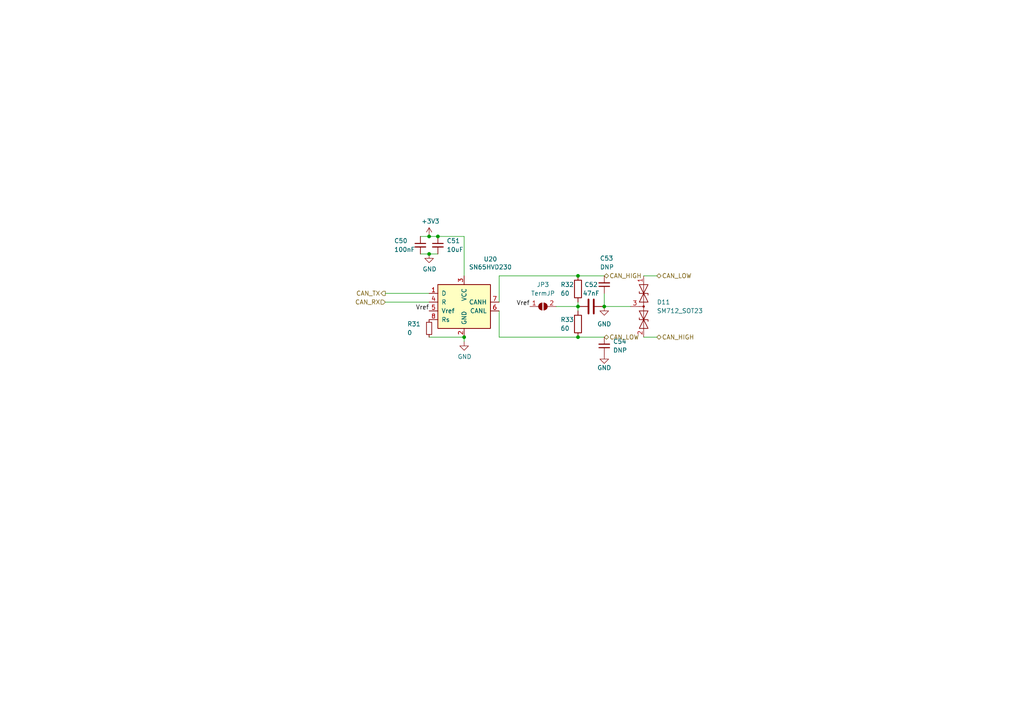
<source format=kicad_sch>
(kicad_sch (version 20231120) (generator "eeschema") (generator_version "8.0")
  (paper "A4")
  (lib_symbols
    (symbol "Device:C" (pin_numbers hide) (pin_names (offset 0.254))
      (property "Reference" "C" (at 0.635 2.54 0))
      (property "Value" "C" (at 0.635 -2.54 0))
      (symbol "C_0_1"
        (polyline (pts (xy -2.032 -0.762) (xy 2.032 -0.762)) (stroke (width 0.508)))
        (polyline (pts (xy -2.032 0.762) (xy 2.032 0.762)) (stroke (width 0.508)))
      )
      (symbol "C_1_1"
        (pin passive line (at 0 3.81 270) (length 2.794) (name "~") (number "1"))
        (pin passive line (at 0 -3.81 90) (length 2.794) (name "~") (number "2"))
      )
    )
    (symbol "Device:C_Small" (pin_numbers hide) (pin_names (offset 0.254) hide)
      (property "Reference" "C" (at 0.254 1.778 0))
      (property "Value" "C_Small" (at 0.254 -2.032 0))
      (symbol "C_Small_0_1"
        (polyline (pts (xy -1.524 -0.508) (xy 1.524 -0.508)) (stroke (width 0.3302)))
        (polyline (pts (xy -1.524 0.508) (xy 1.524 0.508)) (stroke (width 0.3048)))
      )
      (symbol "C_Small_1_1"
        (pin passive line (at 0 2.54 270) (length 2.032) (name "~") (number "1"))
        (pin passive line (at 0 -2.54 90) (length 2.032) (name "~") (number "2"))
      )
    )
    (symbol "Device:R" (pin_numbers hide) (pin_names (offset 0))
      (property "Reference" "R" (at 2.032 0 90))
      (property "Value" "R" (at 0 0 90))
      (symbol "R_0_1"
        (rectangle (start -1.016 -2.54) (end 1.016 2.54) (stroke (width 0.254)))
      )
      (symbol "R_1_1"
        (pin passive line (at 0 3.81 270) (length 1.27) (name "~") (number "1"))
        (pin passive line (at 0 -3.81 90) (length 1.27) (name "~") (number "2"))
      )
    )
    (symbol "Device:R_Small" (pin_numbers hide) (pin_names (offset 0.254) hide)
      (property "Reference" "R" (at 0.762 0.508 0))
      (property "Value" "R_Small" (at 0.762 -1.016 0))
      (symbol "R_Small_0_1"
        (rectangle (start -0.762 1.778) (end 0.762 -1.778) (stroke (width 0.2032)))
      )
      (symbol "R_Small_1_1"
        (pin passive line (at 0 2.54 270) (length 0.762) (name "~") (number "1"))
        (pin passive line (at 0 -2.54 90) (length 0.762) (name "~") (number "2"))
      )
    )
    (symbol "Diode:SM712_SOT23" (pin_names (offset 1.016) hide)
      (property "Reference" "D" (at 0 4.445 0))
      (property "Value" "SM712_SOT23" (at 0 2.54 0))
      (symbol "SM712_SOT23_0_0"
        (polyline (pts (xy 0 -1.27) (xy 0 0)))
      )
      (symbol "SM712_SOT23_0_1"
        (polyline (pts (xy -6.35 0) (xy 6.35 0)))
        (polyline (pts (xy -3.302 1.27) (xy -3.81 1.27) (xy -3.81 -1.27) (xy -4.318 -1.27)) (stroke (width 0.2032)))
        (polyline (pts (xy 4.318 1.27) (xy 3.81 1.27) (xy 3.81 -1.27) (xy 3.302 -1.27)) (stroke (width 0.2032)))
        (polyline (pts (xy -6.35 -1.27) (xy -1.27 1.27) (xy -1.27 -1.27) (xy -6.35 1.27) (xy -6.35 -1.27)) (stroke (width 0.2032)))
        (polyline (pts (xy 1.27 -1.27) (xy 1.27 1.27) (xy 6.35 -1.27) (xy 6.35 1.27) (xy 1.27 -1.27)) (stroke (width 0.2032)))
        (circle (center 0 0) (radius 0.254) (fill (type outline)))
      )
      (symbol "SM712_SOT23_1_1"
        (pin passive line (at -8.89 0 0) (length 2.54) (name "A1") (number "1"))
        (pin passive line (at 8.89 0 180) (length 2.54) (name "A2") (number "2"))
        (pin input line (at 0 -3.81 90) (length 2.54) (name "common") (number "3"))
      )
    )
    (symbol "Interface_CAN_LIN:SN65HVD230" (pin_names (offset 1.016))
      (property "Reference" "U" (at -2.54 10.16 0))
      (property "Value" "SN65HVD230" (at -2.54 7.62 0))
      (symbol "SN65HVD230_0_1"
        (rectangle (start -7.62 5.08) (end 7.62 -7.62) (stroke (width 0.254)) (fill (type background)))
      )
      (symbol "SN65HVD230_1_1"
        (pin input line (at -10.16 2.54 0) (length 2.54) (name "D") (number "1"))
        (pin power_in line (at 0 -10.16 90) (length 2.54) (name "GND") (number "2"))
        (pin power_in line (at 0 7.62 270) (length 2.54) (name "VCC") (number "3"))
        (pin output line (at -10.16 0 0) (length 2.54) (name "R") (number "4"))
        (pin output line (at -10.16 -2.54 0) (length 2.54) (name "Vref") (number "5"))
        (pin bidirectional line (at 10.16 -2.54 180) (length 2.54) (name "CANL") (number "6"))
        (pin bidirectional line (at 10.16 0 180) (length 2.54) (name "CANH") (number "7"))
        (pin input line (at -10.16 -5.08 0) (length 2.54) (name "Rs") (number "8"))
      )
    )
    (symbol "Jumper:SolderJumper_2_Open" (pin_names (offset 0) hide)
      (property "Reference" "JP" (at 0 2.032 0))
      (property "Value" "SolderJumper_2_Open" (at 0 -2.54 0))
      (symbol "SolderJumper_2_Open_0_1"
        (arc (start -0.254 1.016) (mid -1.2656 0) (end -0.254 -1.016))
        (arc (start -0.254 1.016) (mid -1.2656 0) (end -0.254 -1.016) (fill (type outline)))
        (polyline (pts (xy -0.254 1.016) (xy -0.254 -1.016)))
        (polyline (pts (xy 0.254 1.016) (xy 0.254 -1.016)))
        (arc (start 0.254 -1.016) (mid 1.2656 0) (end 0.254 1.016))
        (arc (start 0.254 -1.016) (mid 1.2656 0) (end 0.254 1.016) (fill (type outline)))
      )
      (symbol "SolderJumper_2_Open_1_1"
        (pin passive line (at -3.81 0 0) (length 2.54) (name "A") (number "1"))
        (pin passive line (at 3.81 0 180) (length 2.54) (name "B") (number "2"))
      )
    )
    (symbol "power:+3.3V" (power) (pin_names (offset 0))
      (property "Value" "+3.3V" (at 0 3.556 0))
      (symbol "+3.3V_0_1"
        (polyline (pts (xy -0.762 1.27) (xy 0 2.54)))
        (polyline (pts (xy 0 0) (xy 0 2.54)))
        (polyline (pts (xy 0 2.54) (xy 0.762 1.27)))
      )
      (symbol "+3.3V_1_1"
        (pin power_in line (at 0 0 90) (length 0) hide (name "+3V3") (number "1"))
      )
    )
    (symbol "power:GND" (power) (pin_names (offset 0))
      (property "Value" "GND" (at 0 -3.81 0))
      (symbol "GND_0_1"
        (polyline (pts (xy 0 0) (xy 0 -1.27) (xy 1.27 -1.27) (xy 0 -2.54) (xy -1.27 -1.27) (xy 0 -1.27)))
      )
      (symbol "GND_1_1"
        (pin power_in line (at 0 0 270) (length 0) hide (name "GND") (number "1"))
      )
    )
  )
  (junction (at 124.46 73.66))
  (junction (at 167.64 88.9))
  (junction (at 124.46 68.58))
  (junction (at 167.64 80.01))
  (junction (at 175.26 88.9))
  (junction (at 167.64 97.79))
  (junction (at 127 68.58))
  (junction (at 134.62 97.79))
  (wire (pts (xy 186.69 97.79) (xy 190.5 97.79)))
  (wire (pts (xy 134.62 68.58) (xy 134.62 80.01)))
  (wire (pts (xy 121.92 73.66) (xy 124.46 73.66)))
  (wire (pts (xy 144.78 90.17) (xy 144.78 97.79)))
  (wire (pts (xy 175.26 85.09) (xy 175.26 88.9)))
  (wire (pts (xy 124.46 68.58) (xy 127 68.58)))
  (wire (pts (xy 175.26 88.9) (xy 182.88 88.9)))
  (wire (pts (xy 111.76 87.63) (xy 124.46 87.63)))
  (wire (pts (xy 167.64 97.79) (xy 175.26 97.79)))
  (wire (pts (xy 124.46 73.66) (xy 127 73.66)))
  (wire (pts (xy 167.64 88.9) (xy 167.64 90.17)))
  (wire (pts (xy 186.69 80.01) (xy 190.5 80.01)))
  (wire (pts (xy 111.76 85.09) (xy 124.46 85.09)))
  (wire (pts (xy 144.78 97.79) (xy 167.64 97.79)))
  (wire (pts (xy 167.64 87.63) (xy 167.64 88.9)))
  (wire (pts (xy 161.29 88.9) (xy 167.64 88.9)))
  (wire (pts (xy 124.46 97.79) (xy 134.62 97.79)))
  (wire (pts (xy 127 68.58) (xy 134.62 68.58)))
  (wire (pts (xy 121.92 68.58) (xy 124.46 68.58)))
  (wire (pts (xy 167.64 80.01) (xy 175.26 80.01)))
  (wire (pts (xy 134.62 99.06) (xy 134.62 97.79)))
  (wire (pts (xy 144.78 87.63) (xy 144.78 80.01)))
  (wire (pts (xy 144.78 80.01) (xy 167.64 80.01)))
  (label "Vref" (at 124.46 90.17 180))
  (label "Vref" (at 153.67 88.9 180))
  (hierarchical_label "CAN_RX" (shape input) (at 111.76 87.63 180))
  (hierarchical_label "CAN_HIGH" (shape bidirectional) (at 175.26 80.01 0))
  (hierarchical_label "CAN_TX" (shape output) (at 111.76 85.09 180))
  (hierarchical_label "CAN_HIGH" (shape bidirectional) (at 190.5 97.79 0))
  (hierarchical_label "CAN_LOW" (shape bidirectional) (at 190.5 80.01 0))
  (hierarchical_label "CAN_LOW" (shape bidirectional) (at 175.26 97.79 0))
  (symbol (lib_id "power:GND") (at 134.62 99.06 0) (unit 1)
    (property "Reference" "#PWR0123" (effects (hide yes)))
    (property "Value" "GND" (at 134.747 103.4542 0))
  )
  (symbol (lib_id "power:+3.3V") (at 124.46 68.58 0) (unit 1)
    (property "Reference" "#PWR0121" (effects (hide yes)))
    (property "Value" "+3V3" (at 124.841 64.1858 0))
  )
  (symbol (lib_id "Interface_CAN_LIN:SN65HVD230") (at 134.62 87.63 0) (unit 1)
    (property "Reference" "U20" (at 142.24 75.1586 0))
    (property "Value" "SN65HVD230" (at 142.24 77.47 0))
    (property "Footprint" "Package_SO:SOIC-8_3.9x4.9mm_P1.27mm" (effects (hide yes)))
    (property "Datasheet" "http://www.ti.com/lit/ds/symlink/sn65hvd230.pdf" (effects (hide yes)))
  )
  (symbol (lib_id "Device:C_Small") (at 127 71.12 0) (unit 1)
    (property "Reference" "C51" (at 129.54 69.8562 0) (effects (justify left)))
    (property "Value" "10uF" (at 129.54 72.3962 0) (effects (justify left)))
    (property "Footprint" "Capacitor_SMD:C_0402_1005Metric" (effects (hide yes)))
  )
  (symbol (lib_id "Device:C_Small") (at 175.26 82.55 180) (unit 1)
    (property "Reference" "C53" (at 173.99 74.93 0) (effects (justify right)))
    (property "Value" "DNP" (at 173.99 77.47 0) (effects (justify right)))
    (property "Footprint" "Capacitor_SMD:C_0402_1005Metric" (effects (hide yes)))
  )
  (symbol (lib_id "Diode:SM712_SOT23") (at 186.69 88.9 270) (unit 1)
    (property "Reference" "D11" (at 190.5 87.63 90) (effects (justify left)))
    (property "Value" "SM712_SOT23" (at 190.5 90.17 90) (effects (justify left)))
    (property "Footprint" "Package_TO_SOT_SMD:SOT-23" (effects (hide yes)))
    (property "Datasheet" "https://www.littelfuse.com/~/media/electronics/datasheets/tvs_diode_arrays/littelfuse_tvs_diode_array_sm712_datasheet.pdf.pdf" (effects (hide yes)))
  )
  (symbol (lib_id "power:GND") (at 175.26 88.9 0) (unit 1)
    (property "Reference" "#PWR0124" (effects (hide yes)))
    (property "Value" "GND" (at 175.26 93.98 0))
  )
  (symbol (lib_id "power:GND") (at 175.26 102.87 0) (unit 1)
    (property "Reference" "#PWR0125" (effects (hide yes)))
    (property "Value" "GND" (at 175.26 106.68 0))
  )
  (symbol (lib_id "Device:C_Small") (at 121.92 71.12 0) (unit 1)
    (property "Reference" "C50" (at 114.3 69.85 0) (effects (justify left)))
    (property "Value" "100nF" (at 114.3 72.39 0) (effects (justify left)))
    (property "Footprint" "Capacitor_SMD:C_0402_1005Metric" (effects (hide yes)))
  )
  (symbol (lib_id "Device:R_Small") (at 124.46 95.25 0) (unit 1)
    (property "Reference" "R31" (at 118.11 93.98 0) (effects (justify left)))
    (property "Value" "0" (at 118.11 96.52 0) (effects (justify left)))
    (property "Footprint" "Resistor_SMD:R_0603_1608Metric" (effects (hide yes)))
  )
  (symbol (lib_id "Device:R") (at 167.64 93.98 0) (unit 1)
    (property "Reference" "R33" (at 162.56 92.71 0) (effects (justify left)))
    (property "Value" "60" (at 162.56 95.25 0) (effects (justify left)))
    (property "Footprint" "Resistor_SMD:R_0603_1608Metric" (effects (hide yes)))
  )
  (symbol (lib_id "Device:R") (at 167.64 83.82 0) (unit 1)
    (property "Reference" "R32" (at 162.56 82.55 0) (effects (justify left)))
    (property "Value" "60" (at 162.56 85.09 0) (effects (justify left)))
    (property "Footprint" "Resistor_SMD:R_0603_1608Metric" (effects (hide yes)))
  )
  (symbol (lib_id "Device:C") (at 171.45 88.9 90) (unit 1)
    (property "Reference" "C52" (at 171.45 82.55 90))
    (property "Value" "47nF" (at 171.45 85.09 90))
    (property "Footprint" "Capacitor_SMD:C_0402_1005Metric" (effects (hide yes)))
  )
  (symbol (lib_id "power:GND") (at 124.46 73.66 0) (unit 1)
    (property "Reference" "#PWR0122" (effects (hide yes)))
    (property "Value" "GND" (at 124.587 78.0542 0))
  )
  (symbol (lib_id "Jumper:SolderJumper_2_Open") (at 157.48 88.9 0) (unit 1)
    (property "Reference" "JP3" (at 157.48 82.55 0))
    (property "Value" "TermJP" (at 157.48 85.09 0))
    (property "Footprint" "Jumper:SolderJumper-2_P1.3mm_Open_RoundedPad1.0x1.5mm" (effects (hide yes)))
  )
  (symbol (lib_id "Device:C_Small") (at 175.26 100.33 180) (unit 1)
    (property "Reference" "C54" (at 177.8 99.0535 0) (effects (justify right)))
    (property "Value" "DNP" (at 177.8 101.5935 0) (effects (justify right)))
    (property "Footprint" "Capacitor_SMD:C_0402_1005Metric" (effects (hide yes)))
  )
)
</source>
